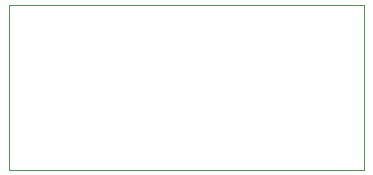
<source format=gm1>
G04 #@! TF.GenerationSoftware,KiCad,Pcbnew,5.1.6-c6e7f7d~86~ubuntu18.04.1*
G04 #@! TF.CreationDate,2020-07-16T21:36:01-04:00*
G04 #@! TF.ProjectId,rf-detector-r2,72662d64-6574-4656-9374-6f722d72322e,rev?*
G04 #@! TF.SameCoordinates,Original*
G04 #@! TF.FileFunction,Profile,NP*
%FSLAX46Y46*%
G04 Gerber Fmt 4.6, Leading zero omitted, Abs format (unit mm)*
G04 Created by KiCad (PCBNEW 5.1.6-c6e7f7d~86~ubuntu18.04.1) date 2020-07-16 21:36:01*
%MOMM*%
%LPD*%
G01*
G04 APERTURE LIST*
G04 #@! TA.AperFunction,Profile*
%ADD10C,0.100000*%
G04 #@! TD*
G04 APERTURE END LIST*
D10*
X127000000Y-87000000D02*
X127000000Y-101000000D01*
X97000000Y-87000000D02*
X127000000Y-87000000D01*
X97000000Y-101000000D02*
X97000000Y-87000000D01*
X127000000Y-101000000D02*
X97000000Y-101000000D01*
M02*

</source>
